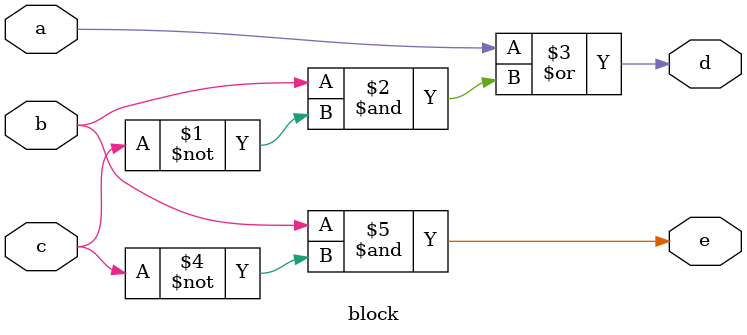
<source format=v>

module block(a,b,c,d,e);

input a,b,c;  //port
output d,e;

wire x;   //(inner signal)

assign d = a|(b&~c);  //logic
assign e = (b&~c);

endmodule


//
</source>
